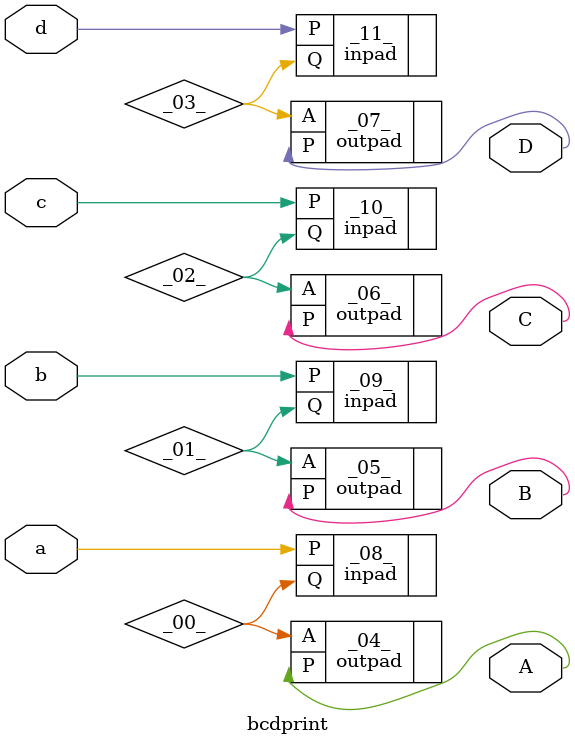
<source format=v>
/* Generated by Yosys 0.9+2406 (git sha1 9ac3484, x86_64-conda_cos6-linux-gnu-gcc 1.24.0.133_b0863d8_dirty -fvisibility-inlines-hidden -fmessage-length=0 -march=nocona -mtune=haswell -ftree-vectorize -fPIC -fstack-protector-strong -fno-plt -O2 -ffunction-sections -fdebug-prefix-map=/root/anaconda3/conda-bld/yosys_1607410735049/work=/usr/local/src/conda/yosys-0.8.0_0003_e80fb742f_20201208_122808 -fdebug-prefix-map=/home/srinivaas/qorc-sdk/fpga_toolchain_install/v1.3.1/conda=/usr/local/src/conda-prefix -fPIC -Os) */

(* top =  1  *)
(* src = "/home/srinivaas/vaman/vaman_exp/ic7447/iccode.v:1.1-5.10" *)
module bcdprint(D, C, B, A, d, c, b, a);
  wire _00_;
  wire _01_;
  wire _02_;
  wire _03_;
  (* src = "/home/srinivaas/vaman/vaman_exp/ic7447/iccode.v:2.14-2.15" *)
  output A;
  (* src = "/home/srinivaas/vaman/vaman_exp/ic7447/iccode.v:2.12-2.13" *)
  output B;
  (* src = "/home/srinivaas/vaman/vaman_exp/ic7447/iccode.v:2.10-2.11" *)
  output C;
  (* src = "/home/srinivaas/vaman/vaman_exp/ic7447/iccode.v:2.8-2.9" *)
  output D;
  (* src = "/home/srinivaas/vaman/vaman_exp/ic7447/iccode.v:3.13-3.14" *)
  input a;
  (* src = "/home/srinivaas/vaman/vaman_exp/ic7447/iccode.v:3.11-3.12" *)
  input b;
  (* src = "/home/srinivaas/vaman/vaman_exp/ic7447/iccode.v:3.9-3.10" *)
  input c;
  (* src = "/home/srinivaas/vaman/vaman_exp/ic7447/iccode.v:3.7-3.8" *)
  input d;
  (* keep = 32'd1 *)
  outpad #(
    .IO_LOC("X22Y3"),
    .IO_PAD("60"),
    .IO_TYPE("BIDIR")
  ) _04_ (
    .A(_00_),
    .P(A)
  );
  (* keep = 32'd1 *)
  outpad #(
    .IO_LOC("X26Y3"),
    .IO_PAD("57"),
    .IO_TYPE("BIDIR")
  ) _05_ (
    .A(_01_),
    .P(B)
  );
  (* keep = 32'd1 *)
  outpad #(
    .IO_LOC("X30Y3"),
    .IO_PAD("55"),
    .IO_TYPE("BIDIR")
  ) _06_ (
    .A(_02_),
    .P(C)
  );
  (* keep = 32'd1 *)
  outpad #(
    .IO_LOC("X28Y32"),
    .IO_PAD("36"),
    .IO_TYPE("BIDIR")
  ) _07_ (
    .A(_03_),
    .P(D)
  );
  (* keep = 32'd1 *)
  inpad #(
    .IO_LOC("X24Y3"),
    .IO_PAD("59"),
    .IO_TYPE("BIDIR")
  ) _08_ (
    .P(a),
    .Q(_00_)
  );
  (* keep = 32'd1 *)
  inpad #(
    .IO_LOC("X28Y3"),
    .IO_PAD("56"),
    .IO_TYPE("BIDIR")
  ) _09_ (
    .P(b),
    .Q(_01_)
  );
  (* keep = 32'd1 *)
  inpad #(
    .IO_LOC("X32Y3"),
    .IO_PAD("54"),
    .IO_TYPE("BIDIR")
  ) _10_ (
    .P(c),
    .Q(_02_)
  );
  (* keep = 32'd1 *)
  inpad #(
    .IO_LOC("X30Y32"),
    .IO_PAD("38"),
    .IO_TYPE("BIDIR")
  ) _11_ (
    .P(d),
    .Q(_03_)
  );
endmodule

</source>
